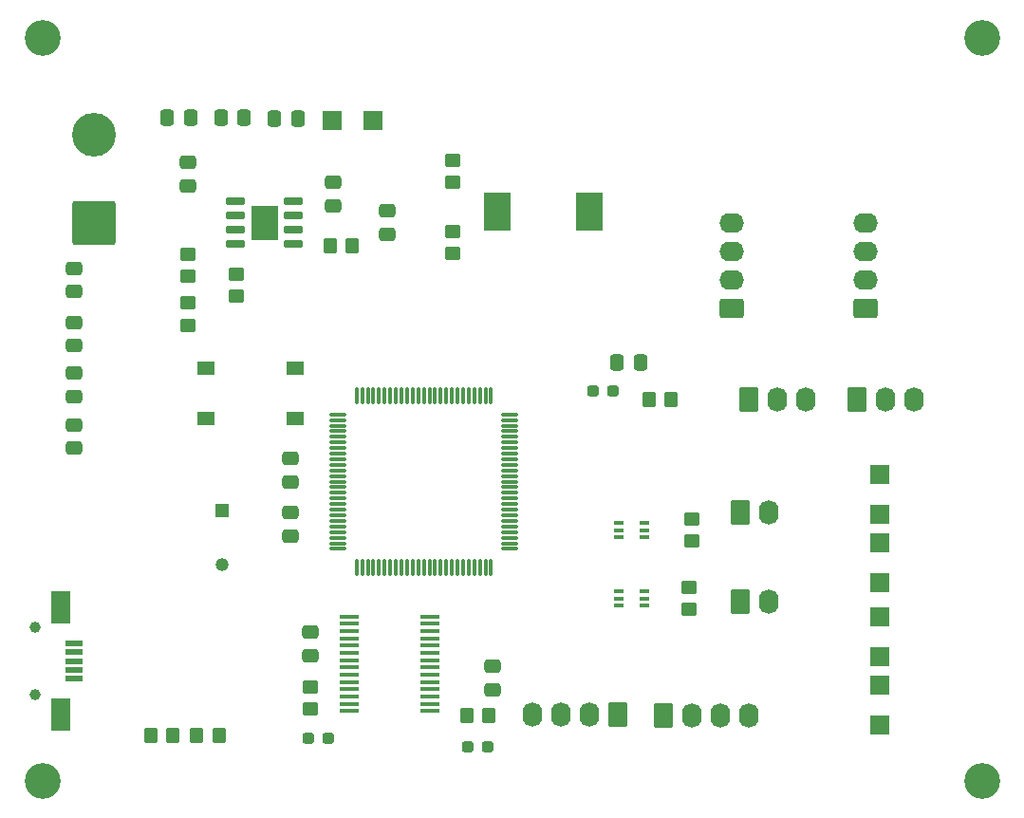
<source format=gbr>
%TF.GenerationSoftware,KiCad,Pcbnew,(6.0.7)*%
%TF.CreationDate,2022-11-16T17:50:00-06:00*%
%TF.ProjectId,ECE445PCBDesign (4),45434534-3435-4504-9342-44657369676e,rev?*%
%TF.SameCoordinates,Original*%
%TF.FileFunction,Soldermask,Top*%
%TF.FilePolarity,Negative*%
%FSLAX46Y46*%
G04 Gerber Fmt 4.6, Leading zero omitted, Abs format (unit mm)*
G04 Created by KiCad (PCBNEW (6.0.7)) date 2022-11-16 17:50:00*
%MOMM*%
%LPD*%
G01*
G04 APERTURE LIST*
G04 Aperture macros list*
%AMRoundRect*
0 Rectangle with rounded corners*
0 $1 Rounding radius*
0 $2 $3 $4 $5 $6 $7 $8 $9 X,Y pos of 4 corners*
0 Add a 4 corners polygon primitive as box body*
4,1,4,$2,$3,$4,$5,$6,$7,$8,$9,$2,$3,0*
0 Add four circle primitives for the rounded corners*
1,1,$1+$1,$2,$3*
1,1,$1+$1,$4,$5*
1,1,$1+$1,$6,$7*
1,1,$1+$1,$8,$9*
0 Add four rect primitives between the rounded corners*
20,1,$1+$1,$2,$3,$4,$5,0*
20,1,$1+$1,$4,$5,$6,$7,0*
20,1,$1+$1,$6,$7,$8,$9,0*
20,1,$1+$1,$8,$9,$2,$3,0*%
G04 Aperture macros list end*
%ADD10RoundRect,0.237500X-0.287500X-0.237500X0.287500X-0.237500X0.287500X0.237500X-0.287500X0.237500X0*%
%ADD11C,3.200000*%
%ADD12RoundRect,0.250000X-0.337500X-0.475000X0.337500X-0.475000X0.337500X0.475000X-0.337500X0.475000X0*%
%ADD13RoundRect,0.250000X-0.450000X0.350000X-0.450000X-0.350000X0.450000X-0.350000X0.450000X0.350000X0*%
%ADD14RoundRect,0.075000X-0.075000X0.662500X-0.075000X-0.662500X0.075000X-0.662500X0.075000X0.662500X0*%
%ADD15RoundRect,0.075000X-0.662500X0.075000X-0.662500X-0.075000X0.662500X-0.075000X0.662500X0.075000X0*%
%ADD16RoundRect,0.250000X-0.620000X-0.845000X0.620000X-0.845000X0.620000X0.845000X-0.620000X0.845000X0*%
%ADD17O,1.740000X2.190000*%
%ADD18R,1.680000X1.700000*%
%ADD19RoundRect,0.250000X0.450000X-0.350000X0.450000X0.350000X-0.450000X0.350000X-0.450000X-0.350000X0*%
%ADD20RoundRect,0.250000X-0.350000X-0.450000X0.350000X-0.450000X0.350000X0.450000X-0.350000X0.450000X0*%
%ADD21R,0.876300X0.355600*%
%ADD22RoundRect,0.250000X-0.475000X0.337500X-0.475000X-0.337500X0.475000X-0.337500X0.475000X0.337500X0*%
%ADD23C,1.000000*%
%ADD24R,1.500000X0.500000*%
%ADD25R,1.800000X3.000000*%
%ADD26RoundRect,0.237500X0.287500X0.237500X-0.287500X0.237500X-0.287500X-0.237500X0.287500X-0.237500X0*%
%ADD27RoundRect,0.250000X0.475000X-0.337500X0.475000X0.337500X-0.475000X0.337500X-0.475000X-0.337500X0*%
%ADD28RoundRect,0.250002X1.699998X-1.699998X1.699998X1.699998X-1.699998X1.699998X-1.699998X-1.699998X0*%
%ADD29C,3.900000*%
%ADD30R,2.400000X3.400000*%
%ADD31R,1.750000X0.450000*%
%ADD32RoundRect,0.250000X0.845000X-0.620000X0.845000X0.620000X-0.845000X0.620000X-0.845000X-0.620000X0*%
%ADD33O,2.190000X1.740000*%
%ADD34R,2.400000X3.100000*%
%ADD35RoundRect,0.150000X-0.737500X-0.150000X0.737500X-0.150000X0.737500X0.150000X-0.737500X0.150000X0*%
%ADD36R,1.550000X1.300000*%
%ADD37RoundRect,0.250000X0.620000X0.845000X-0.620000X0.845000X-0.620000X-0.845000X0.620000X-0.845000X0*%
%ADD38R,1.192000X1.192000*%
%ADD39C,1.192000*%
%ADD40R,1.700000X1.680000*%
G04 APERTURE END LIST*
D10*
%TO.C,L1*%
X168543000Y-106934000D03*
X170293000Y-106934000D03*
%TD*%
D11*
%TO.C,H2*%
X203200000Y-75438000D03*
%TD*%
D12*
%TO.C,C5*%
X170666500Y-104394000D03*
X172741500Y-104394000D03*
%TD*%
D13*
%TO.C,R2*%
X143256000Y-133366000D03*
X143256000Y-135366000D03*
%TD*%
D14*
%TO.C,U2*%
X159416000Y-107399500D03*
X158916000Y-107399500D03*
X158416000Y-107399500D03*
X157916000Y-107399500D03*
X157416000Y-107399500D03*
X156916000Y-107399500D03*
X156416000Y-107399500D03*
X155916000Y-107399500D03*
X155416000Y-107399500D03*
X154916000Y-107399500D03*
X154416000Y-107399500D03*
X153916000Y-107399500D03*
X153416000Y-107399500D03*
X152916000Y-107399500D03*
X152416000Y-107399500D03*
X151916000Y-107399500D03*
X151416000Y-107399500D03*
X150916000Y-107399500D03*
X150416000Y-107399500D03*
X149916000Y-107399500D03*
X149416000Y-107399500D03*
X148916000Y-107399500D03*
X148416000Y-107399500D03*
X147916000Y-107399500D03*
X147416000Y-107399500D03*
D15*
X145753500Y-109062000D03*
X145753500Y-109562000D03*
X145753500Y-110062000D03*
X145753500Y-110562000D03*
X145753500Y-111062000D03*
X145753500Y-111562000D03*
X145753500Y-112062000D03*
X145753500Y-112562000D03*
X145753500Y-113062000D03*
X145753500Y-113562000D03*
X145753500Y-114062000D03*
X145753500Y-114562000D03*
X145753500Y-115062000D03*
X145753500Y-115562000D03*
X145753500Y-116062000D03*
X145753500Y-116562000D03*
X145753500Y-117062000D03*
X145753500Y-117562000D03*
X145753500Y-118062000D03*
X145753500Y-118562000D03*
X145753500Y-119062000D03*
X145753500Y-119562000D03*
X145753500Y-120062000D03*
X145753500Y-120562000D03*
X145753500Y-121062000D03*
D14*
X147416000Y-122724500D03*
X147916000Y-122724500D03*
X148416000Y-122724500D03*
X148916000Y-122724500D03*
X149416000Y-122724500D03*
X149916000Y-122724500D03*
X150416000Y-122724500D03*
X150916000Y-122724500D03*
X151416000Y-122724500D03*
X151916000Y-122724500D03*
X152416000Y-122724500D03*
X152916000Y-122724500D03*
X153416000Y-122724500D03*
X153916000Y-122724500D03*
X154416000Y-122724500D03*
X154916000Y-122724500D03*
X155416000Y-122724500D03*
X155916000Y-122724500D03*
X156416000Y-122724500D03*
X156916000Y-122724500D03*
X157416000Y-122724500D03*
X157916000Y-122724500D03*
X158416000Y-122724500D03*
X158916000Y-122724500D03*
X159416000Y-122724500D03*
D15*
X161078500Y-121062000D03*
X161078500Y-120562000D03*
X161078500Y-120062000D03*
X161078500Y-119562000D03*
X161078500Y-119062000D03*
X161078500Y-118562000D03*
X161078500Y-118062000D03*
X161078500Y-117562000D03*
X161078500Y-117062000D03*
X161078500Y-116562000D03*
X161078500Y-116062000D03*
X161078500Y-115562000D03*
X161078500Y-115062000D03*
X161078500Y-114562000D03*
X161078500Y-114062000D03*
X161078500Y-113562000D03*
X161078500Y-113062000D03*
X161078500Y-112562000D03*
X161078500Y-112062000D03*
X161078500Y-111562000D03*
X161078500Y-111062000D03*
X161078500Y-110562000D03*
X161078500Y-110062000D03*
X161078500Y-109562000D03*
X161078500Y-109062000D03*
%TD*%
D16*
%TO.C,M1*%
X192024000Y-107716000D03*
D17*
X194564000Y-107716000D03*
X197104000Y-107716000D03*
%TD*%
D16*
%TO.C,Servo2TestConnection1*%
X181610000Y-117836000D03*
D17*
X184150000Y-117836000D03*
%TD*%
D13*
%TO.C,R4*%
X132334000Y-94758000D03*
X132334000Y-96758000D03*
%TD*%
D18*
%TO.C,D6*%
X194056000Y-130708500D03*
X194056000Y-127128500D03*
%TD*%
D19*
%TO.C,Shunt2*%
X177292000Y-120380000D03*
X177292000Y-118380000D03*
%TD*%
D20*
%TO.C,R6*%
X145050000Y-93980000D03*
X147050000Y-93980000D03*
%TD*%
D21*
%TO.C,U3*%
X173069250Y-126125999D03*
X173069250Y-125476000D03*
X173069250Y-124826001D03*
X170846750Y-124826001D03*
X170846750Y-125476000D03*
X170846750Y-126125999D03*
%TD*%
D20*
%TO.C,R9*%
X129048000Y-137668000D03*
X131048000Y-137668000D03*
%TD*%
D22*
%TO.C,C9*%
X122174000Y-109982000D03*
X122174000Y-112057000D03*
%TD*%
D23*
%TO.C,J1*%
X118751500Y-134064000D03*
X118751500Y-128064000D03*
D24*
X122201500Y-132664000D03*
X122201500Y-131864000D03*
X122201500Y-131064000D03*
X122201500Y-130264000D03*
X122201500Y-129464000D03*
D25*
X121051500Y-135814000D03*
X121051500Y-126314000D03*
%TD*%
D22*
%TO.C,C4*%
X141478000Y-113008500D03*
X141478000Y-115083500D03*
%TD*%
D26*
%TO.C,D2*%
X159117000Y-138684000D03*
X157367000Y-138684000D03*
%TD*%
D18*
%TO.C,D5*%
X194056000Y-124104500D03*
X194056000Y-120524500D03*
%TD*%
D11*
%TO.C,H1*%
X119380000Y-141732000D03*
%TD*%
D27*
%TO.C,C2*%
X159512000Y-133625500D03*
X159512000Y-131550500D03*
%TD*%
%TO.C,C1*%
X143256000Y-130556000D03*
X143256000Y-128481000D03*
%TD*%
D22*
%TO.C,C3*%
X141478000Y-117818500D03*
X141478000Y-119893500D03*
%TD*%
D28*
%TO.C,LiPO_IN1*%
X123952000Y-91948000D03*
D29*
X123952000Y-84148000D03*
%TD*%
D16*
%TO.C,M2*%
X182372000Y-107716000D03*
D17*
X184912000Y-107716000D03*
X187452000Y-107716000D03*
%TD*%
D30*
%TO.C,L2*%
X159984000Y-90932000D03*
X168184000Y-90932000D03*
%TD*%
D31*
%TO.C,U1*%
X153968000Y-135543000D03*
X153968000Y-134893000D03*
X153968000Y-134243000D03*
X153968000Y-133593000D03*
X153968000Y-132943000D03*
X153968000Y-132293000D03*
X153968000Y-131643000D03*
X153968000Y-130993000D03*
X153968000Y-130343000D03*
X153968000Y-129693000D03*
X153968000Y-129043000D03*
X153968000Y-128393000D03*
X153968000Y-127743000D03*
X153968000Y-127093000D03*
X146768000Y-127093000D03*
X146768000Y-127743000D03*
X146768000Y-128393000D03*
X146768000Y-129043000D03*
X146768000Y-129693000D03*
X146768000Y-130343000D03*
X146768000Y-130993000D03*
X146768000Y-131643000D03*
X146768000Y-132293000D03*
X146768000Y-132943000D03*
X146768000Y-133593000D03*
X146768000Y-134243000D03*
X146768000Y-134893000D03*
X146768000Y-135543000D03*
%TD*%
D32*
%TO.C,ODriveConnector2*%
X180868000Y-99568000D03*
D33*
X180868000Y-97028000D03*
X180868000Y-94488000D03*
X180868000Y-91948000D03*
%TD*%
D34*
%TO.C,U5*%
X139192000Y-91948000D03*
D35*
X136629500Y-90043000D03*
X136629500Y-91313000D03*
X136629500Y-92583000D03*
X136629500Y-93853000D03*
X141754500Y-93853000D03*
X141754500Y-92583000D03*
X141754500Y-91313000D03*
X141754500Y-90043000D03*
%TD*%
D27*
%TO.C,C10*%
X150114000Y-92964000D03*
X150114000Y-90889000D03*
%TD*%
D12*
%TO.C,C14*%
X135323000Y-82550000D03*
X137398000Y-82550000D03*
%TD*%
D19*
%TO.C,Shunt1*%
X177038000Y-126476000D03*
X177038000Y-124476000D03*
%TD*%
D22*
%TO.C,C12*%
X132334000Y-86592500D03*
X132334000Y-88667500D03*
%TD*%
D36*
%TO.C,SW1*%
X141897000Y-104938000D03*
X133947000Y-104938000D03*
X133947000Y-109438000D03*
X141897000Y-109438000D03*
%TD*%
D16*
%TO.C,Servo1TestConnection1*%
X181610000Y-125730000D03*
D17*
X184150000Y-125730000D03*
%TD*%
D32*
%TO.C,ODriveConnector1*%
X192806000Y-99568000D03*
D33*
X192806000Y-97028000D03*
X192806000Y-94488000D03*
X192806000Y-91948000D03*
%TD*%
D18*
%TO.C,D7*%
X194056000Y-136804500D03*
X194056000Y-133224500D03*
%TD*%
D16*
%TO.C,ProgrammingPins1*%
X174752000Y-135910000D03*
D17*
X177292000Y-135910000D03*
X179832000Y-135910000D03*
X182372000Y-135910000D03*
%TD*%
D22*
%TO.C,C6*%
X122174000Y-96012000D03*
X122174000Y-98087000D03*
%TD*%
D20*
%TO.C,R1*%
X173498000Y-107696000D03*
X175498000Y-107696000D03*
%TD*%
D11*
%TO.C,H4*%
X119380000Y-75438000D03*
%TD*%
D13*
%TO.C,R5*%
X132334000Y-99092000D03*
X132334000Y-101092000D03*
%TD*%
D18*
%TO.C,D4*%
X194056000Y-118008500D03*
X194056000Y-114428500D03*
%TD*%
D12*
%TO.C,C13*%
X140109000Y-82634000D03*
X142184000Y-82634000D03*
%TD*%
%TO.C,C15*%
X130513000Y-82550000D03*
X132588000Y-82550000D03*
%TD*%
D11*
%TO.C,H3*%
X203200000Y-141732000D03*
%TD*%
D10*
%TO.C,D1*%
X143143000Y-137922000D03*
X144893000Y-137922000D03*
%TD*%
D22*
%TO.C,C8*%
X122174000Y-105388500D03*
X122174000Y-107463500D03*
%TD*%
%TO.C,C7*%
X122174000Y-100838000D03*
X122174000Y-102913000D03*
%TD*%
D37*
%TO.C,JTAGExposure1*%
X170688000Y-135870000D03*
D17*
X168148000Y-135870000D03*
X165608000Y-135870000D03*
X163068000Y-135870000D03*
%TD*%
D13*
%TO.C,R8*%
X155956000Y-92726000D03*
X155956000Y-94726000D03*
%TD*%
D22*
%TO.C,C11*%
X145288000Y-88370500D03*
X145288000Y-90445500D03*
%TD*%
D20*
%TO.C,R10*%
X133128000Y-137668000D03*
X135128000Y-137668000D03*
%TD*%
D13*
%TO.C,R11*%
X136652000Y-96536000D03*
X136652000Y-98536000D03*
%TD*%
D20*
%TO.C,R3*%
X157242000Y-135890000D03*
X159242000Y-135890000D03*
%TD*%
D38*
%TO.C,Y1*%
X135382000Y-117602000D03*
D39*
X135382000Y-122482000D03*
%TD*%
D21*
%TO.C,U4*%
X173069250Y-120029999D03*
X173069250Y-119380000D03*
X173069250Y-118730001D03*
X170846750Y-118730001D03*
X170846750Y-119380000D03*
X170846750Y-120029999D03*
%TD*%
D13*
%TO.C,R7*%
X155956000Y-86376000D03*
X155956000Y-88376000D03*
%TD*%
D40*
%TO.C,D3*%
X145276000Y-82804000D03*
X148856000Y-82804000D03*
%TD*%
M02*

</source>
